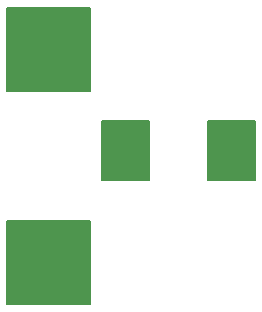
<source format=gbr>
%TF.GenerationSoftware,KiCad,Pcbnew,(6.0.7)*%
%TF.CreationDate,2023-04-13T09:30:39-06:00*%
%TF.ProjectId,TTW,5454572e-6b69-4636-9164-5f7063625858,rev?*%
%TF.SameCoordinates,Original*%
%TF.FileFunction,Soldermask,Top*%
%TF.FilePolarity,Negative*%
%FSLAX46Y46*%
G04 Gerber Fmt 4.6, Leading zero omitted, Abs format (unit mm)*
G04 Created by KiCad (PCBNEW (6.0.7)) date 2023-04-13 09:30:39*
%MOMM*%
%LPD*%
G01*
G04 APERTURE LIST*
%ADD10C,0.150000*%
G04 APERTURE END LIST*
D10*
X85000000Y-100000000D02*
X92000000Y-100000000D01*
X92000000Y-100000000D02*
X92000000Y-107000000D01*
X92000000Y-107000000D02*
X85000000Y-107000000D01*
X85000000Y-107000000D02*
X85000000Y-100000000D01*
G36*
X85000000Y-100000000D02*
G01*
X92000000Y-100000000D01*
X92000000Y-107000000D01*
X85000000Y-107000000D01*
X85000000Y-100000000D01*
G37*
X93000000Y-109500000D02*
X97000000Y-109500000D01*
X97000000Y-109500000D02*
X97000000Y-114500000D01*
X97000000Y-114500000D02*
X93000000Y-114500000D01*
X93000000Y-114500000D02*
X93000000Y-109500000D01*
G36*
X93000000Y-109500000D02*
G01*
X97000000Y-109500000D01*
X97000000Y-114500000D01*
X93000000Y-114500000D01*
X93000000Y-109500000D01*
G37*
X85000000Y-118000000D02*
X92000000Y-118000000D01*
X92000000Y-118000000D02*
X92000000Y-125000000D01*
X92000000Y-125000000D02*
X85000000Y-125000000D01*
X85000000Y-125000000D02*
X85000000Y-118000000D01*
G36*
X85000000Y-118000000D02*
G01*
X92000000Y-118000000D01*
X92000000Y-125000000D01*
X85000000Y-125000000D01*
X85000000Y-118000000D01*
G37*
X102000000Y-109500000D02*
X106000000Y-109500000D01*
X106000000Y-109500000D02*
X106000000Y-114500000D01*
X106000000Y-114500000D02*
X102000000Y-114500000D01*
X102000000Y-114500000D02*
X102000000Y-109500000D01*
G36*
X102000000Y-109500000D02*
G01*
X106000000Y-109500000D01*
X106000000Y-114500000D01*
X102000000Y-114500000D01*
X102000000Y-109500000D01*
G37*
M02*

</source>
